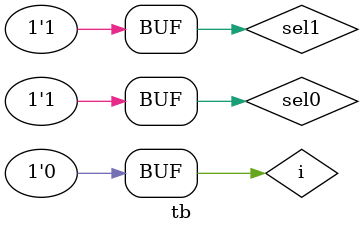
<source format=v>
module tb;
  reg sel0,sel1;
  reg i;
  wire [3:0]y;
  
  demux1x4 demux(sel0,sel1,i,y);
  
  initial begin
    $monitor("Sel1=%b,Sel0=%b,input=%b,output=%b",sel1,sel0,i,y);
    {sel1,sel0} = 2'b00; i=1; #1;
    {sel1,sel0} = 2'b01; i=1; #1;
    {sel1,sel0} = 2'b10; i=1; #1;
    {sel1,sel0} = 2'b11; i=1; #1;
    {sel1,sel0} = 2'b11; i=0; #1;
  end
  
endmodule

</source>
